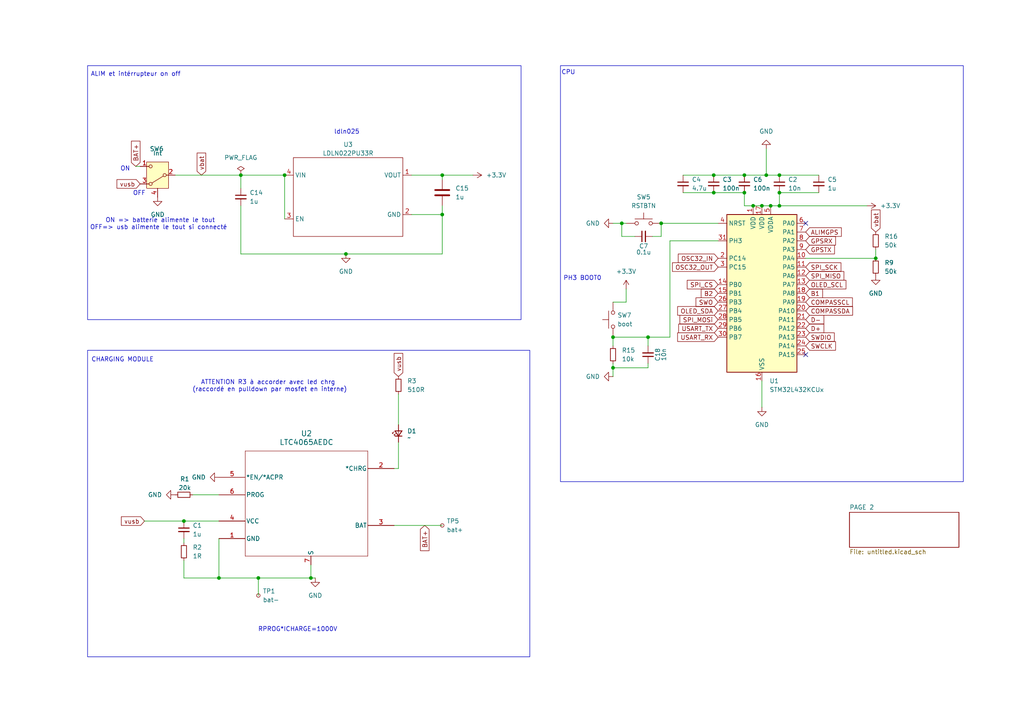
<source format=kicad_sch>
(kicad_sch (version 20231120) (generator "eeschema") (generator_version "8.0")
  (paper "A4")
  (title_block (title "Balise GPS") (company "ENSEA") (comment 1 "Pommery"))
  (lib_symbols
    (symbol "Connector:TestPoint_Small" (pin_numbers hide) (pin_names (offset 0.762) hide)
      (property "Reference" "TP" (at 0 3.81 0))
      (property "Value" "TestPoint_Small" (at 0 2.032 0))
      (symbol "TestPoint_Small_0_1"
        (circle (center 0 0) (radius 0.508))
      )
      (symbol "TestPoint_Small_1_1"
        (pin passive line (at 0 0 90) (length 0) (name "1") (number "1"))
      )
    )
    (symbol "Device:C" (pin_numbers hide) (pin_names (offset 0.254))
      (property "Reference" "C" (at 0.635 2.54 0))
      (property "Value" "C" (at 0.635 -2.54 0))
      (symbol "C_0_1"
        (polyline (pts (xy -2.032 -0.762) (xy 2.032 -0.762)) (stroke (width 0.508)))
        (polyline (pts (xy -2.032 0.762) (xy 2.032 0.762)) (stroke (width 0.508)))
      )
      (symbol "C_1_1"
        (pin passive line (at 0 3.81 270) (length 2.794) (name "~") (number "1"))
        (pin passive line (at 0 -3.81 90) (length 2.794) (name "~") (number "2"))
      )
    )
    (symbol "Device:C_Small" (pin_numbers hide) (pin_names (offset 0.254) hide)
      (property "Reference" "C" (at 0.254 1.778 0))
      (property "Value" "C_Small" (at 0.254 -2.032 0))
      (symbol "C_Small_0_1"
        (polyline (pts (xy -1.524 -0.508) (xy 1.524 -0.508)) (stroke (width 0.3302)))
        (polyline (pts (xy -1.524 0.508) (xy 1.524 0.508)) (stroke (width 0.3048)))
      )
      (symbol "C_Small_1_1"
        (pin passive line (at 0 2.54 270) (length 2.032) (name "~") (number "1"))
        (pin passive line (at 0 -2.54 90) (length 2.032) (name "~") (number "2"))
      )
    )
    (symbol "Device:LED_Small" (pin_numbers hide) (pin_names (offset 0.254) hide)
      (property "Reference" "D" (at -1.27 3.175 0))
      (property "Value" "LED_Small" (at -4.445 -2.54 0))
      (symbol "LED_Small_0_1"
        (polyline (pts (xy -0.762 -1.016) (xy -0.762 1.016)) (stroke (width 0.254)))
        (polyline (pts (xy 1.016 0) (xy -0.762 0)))
        (polyline (pts (xy 0.762 -1.016) (xy -0.762 0) (xy 0.762 1.016) (xy 0.762 -1.016)) (stroke (width 0.254)))
        (polyline (pts (xy 0 0.762) (xy -0.508 1.27) (xy -0.254 1.27) (xy -0.508 1.27) (xy -0.508 1.016)))
        (polyline (pts (xy 0.508 1.27) (xy 0 1.778) (xy 0.254 1.778) (xy 0 1.778) (xy 0 1.524)))
      )
      (symbol "LED_Small_1_1"
        (pin passive line (at -2.54 0 0) (length 1.778) (name "K") (number "1"))
        (pin passive line (at 2.54 0 180) (length 1.778) (name "A") (number "2"))
      )
    )
    (symbol "Device:R_Small" (pin_numbers hide) (pin_names (offset 0.254) hide)
      (property "Reference" "R" (at 0.762 0.508 0))
      (property "Value" "R_Small" (at 0.762 -1.016 0))
      (symbol "R_Small_0_1"
        (rectangle (start -0.762 1.778) (end 0.762 -1.778) (stroke (width 0.2032)))
      )
      (symbol "R_Small_1_1"
        (pin passive line (at 0 2.54 270) (length 0.762) (name "~") (number "1"))
        (pin passive line (at 0 -2.54 90) (length 0.762) (name "~") (number "2"))
      )
    )
    (symbol "LDLN025PU33R:LDLN025PU33R"
      (property "Reference" "U" (at 0 0 0))
      (symbol "LDLN025PU33R_0_1"
        (rectangle (start -15.24 11.43) (end 16.51 -11.43))
      )
      (symbol "LDLN025PU33R_1_1"
        (pin power_out line (at 19.05 6.35 180) (length 2.54) (name "VOUT") (number "1"))
        (pin power_out line (at 19.05 -5.08 180) (length 2.54) (name "GND") (number "2"))
        (pin input line (at -17.78 -6.35 0) (length 2.54) (name "EN") (number "3"))
        (pin power_in line (at -17.78 6.35 0) (length 2.54) (name "VIN") (number "4"))
      )
    )
    (symbol "LTC4065:LTC4065AEDC" (pin_names (offset 0.254))
      (property "Reference" "U2" (at 25.4 12.7 0))
      (property "Value" "LTC4065AEDC" (at 25.4 10.16 0))
      (symbol "LTC4065AEDC_0_1"
        (polyline (pts (xy 7.62 -22.86) (xy 43.18 -22.86)) (stroke (width 0.127)))
        (polyline (pts (xy 7.62 7.62) (xy 7.62 -22.86)) (stroke (width 0.127)))
        (polyline (pts (xy 43.18 -22.86) (xy 43.18 7.62)) (stroke (width 0.127)))
        (polyline (pts (xy 43.18 7.62) (xy 7.62 7.62)) (stroke (width 0.127)))
        (pin power_in line (at 0 -17.78 0) (length 7.62) (name "GND") (number "1"))
        (pin output line (at 50.8 2.54 180) (length 7.62) (name "*CHRG") (number "2"))
        (pin power_in line (at 0 -12.7 0) (length 7.62) (name "VCC") (number "4"))
        (pin bidirectional line (at 0 0 0) (length 7.62) (name "*EN/*ACPR") (number "5"))
        (pin unspecified line (at 0 -5.08 0) (length 7.62) (name "PROG") (number "6"))
      )
      (symbol "LTC4065AEDC_1_1"
        (pin power_out line (at 50.8 -13.97 180) (length 7.62) (name "BAT") (number "3"))
        (pin passive line (at 26.67 -25.4 90) (length 2.54) (name "S") (number "7"))
      )
    )
    (symbol "MCU_ST_STM32L4:STM32L432KCUx"
      (property "Reference" "U" (at -10.16 24.13 0))
      (property "Value" "STM32L432KCUx" (at 5.08 24.13 0))
      (symbol "STM32L432KCUx_0_1"
        (rectangle (start -10.16 -22.86) (end 10.16 22.86) (stroke (width 0.254)) (fill (type background)))
      )
      (symbol "STM32L432KCUx_1_1"
        (pin power_in line (at -2.54 25.4 270) (length 2.54) (name "VDD") (number "1"))
        (pin bidirectional line (at 12.7 10.16 180) (length 2.54) (name "PA4") (number "10"))
        (pin bidirectional line (at 12.7 7.62 180) (length 2.54) (name "PA5") (number "11"))
        (pin bidirectional line (at 12.7 5.08 180) (length 2.54) (name "PA6") (number "12"))
        (pin bidirectional line (at 12.7 2.54 180) (length 2.54) (name "PA7") (number "13"))
        (pin bidirectional line (at -12.7 2.54 0) (length 2.54) (name "PB0") (number "14"))
        (pin bidirectional line (at -12.7 0 0) (length 2.54) (name "PB1") (number "15"))
        (pin power_in line (at 0 -25.4 90) (length 2.54) (name "VSS") (number "16"))
        (pin power_in line (at 0 25.4 270) (length 2.54) (name "VDD") (number "17"))
        (pin bidirectional line (at 12.7 0 180) (length 2.54) (name "PA8") (number "18"))
        (pin bidirectional line (at 12.7 -2.54 180) (length 2.54) (name "PA9") (number "19"))
        (pin bidirectional line (at -12.7 10.16 0) (length 2.54) (name "PC14") (number "2"))
        (pin bidirectional line (at 12.7 -5.08 180) (length 2.54) (name "PA10") (number "20"))
        (pin bidirectional line (at 12.7 -7.62 180) (length 2.54) (name "PA11") (number "21"))
        (pin bidirectional line (at 12.7 -10.16 180) (length 2.54) (name "PA12") (number "22"))
        (pin bidirectional line (at 12.7 -12.7 180) (length 2.54) (name "PA13") (number "23"))
        (pin bidirectional line (at 12.7 -15.24 180) (length 2.54) (name "PA14") (number "24"))
        (pin bidirectional line (at 12.7 -17.78 180) (length 2.54) (name "PA15") (number "25"))
        (pin bidirectional line (at -12.7 -2.54 0) (length 2.54) (name "PB3") (number "26"))
        (pin bidirectional line (at -12.7 -5.08 0) (length 2.54) (name "PB4") (number "27"))
        (pin bidirectional line (at -12.7 -7.62 0) (length 2.54) (name "PB5") (number "28"))
        (pin bidirectional line (at -12.7 -10.16 0) (length 2.54) (name "PB6") (number "29"))
        (pin bidirectional line (at -12.7 7.62 0) (length 2.54) (name "PC15") (number "3"))
        (pin bidirectional line (at -12.7 -12.7 0) (length 2.54) (name "PB7") (number "30"))
        (pin bidirectional line (at -12.7 15.24 0) (length 2.54) (name "PH3") (number "31"))
        (pin passive line (at 0 -25.4 90) (length 2.54) hide (name "VSS") (number "32"))
        (pin passive line (at 0 -25.4 90) (length 2.54) hide (name "VSS") (number "33"))
        (pin input line (at -12.7 20.32 0) (length 2.54) (name "NRST") (number "4"))
        (pin power_in line (at 2.54 25.4 270) (length 2.54) (name "VDDA") (number "5"))
        (pin bidirectional line (at 12.7 20.32 180) (length 2.54) (name "PA0") (number "6"))
        (pin bidirectional line (at 12.7 17.78 180) (length 2.54) (name "PA1") (number "7"))
        (pin bidirectional line (at 12.7 15.24 180) (length 2.54) (name "PA2") (number "8"))
        (pin bidirectional line (at 12.7 12.7 180) (length 2.54) (name "PA3") (number "9"))
      )
    )
    (symbol "Switch:SW_Push" (pin_numbers hide) (pin_names (offset 1.016) hide)
      (property "Reference" "SW" (at 1.27 2.54 0))
      (property "Value" "SW_Push" (at 0 -1.524 0))
      (symbol "SW_Push_0_1"
        (circle (center -2.032 0) (radius 0.508))
        (polyline (pts (xy 0 1.27) (xy 0 3.048)))
        (polyline (pts (xy 2.54 1.27) (xy -2.54 1.27)))
        (circle (center 2.032 0) (radius 0.508))
        (pin passive line (at -5.08 0 0) (length 2.54) (name "1") (number "1"))
        (pin passive line (at 5.08 0 180) (length 2.54) (name "2") (number "2"))
      )
    )
    (symbol "Switch:SW_SPDT_321" (pin_names (offset 1) hide)
      (property "Reference" "SW6" (at 0.254 -7.62 0))
      (property "Value" "Int" (at 0 -6.35 0))
      (symbol "SW_SPDT_321_0_1"
        (circle (center -2.032 0) (radius 0.4572))
        (polyline (pts (xy -1.651 0.254) (xy 1.651 2.286)))
        (circle (center 2.032 -2.54) (radius 0.4572))
        (circle (center 2.032 2.54) (radius 0.4572))
      )
      (symbol "SW_SPDT_321_1_1"
        (rectangle (start -3.175 3.81) (end 3.175 -3.81) (fill (type background)))
        (pin passive line (at 5.08 -2.54 180) (length 2.54) (name "C") (number "1"))
        (pin passive line (at -5.08 0 0) (length 2.54) (name "B") (number "2"))
        (pin passive line (at 5.08 2.54 180) (length 2.54) (name "A") (number "3"))
        (pin passive line (at 0 6.35 270) (length 2.54) (name "S") (number "4"))
      )
    )
    (symbol "power:+3.3V" (power) (pin_numbers hide) (pin_names (offset 0) hide)
      (property "Value" "+3.3V" (at 0 3.556 0))
      (symbol "+3.3V_0_1"
        (polyline (pts (xy -0.762 1.27) (xy 0 2.54)))
        (polyline (pts (xy 0 0) (xy 0 2.54)))
        (polyline (pts (xy 0 2.54) (xy 0.762 1.27)))
      )
      (symbol "+3.3V_1_1"
        (pin power_in line (at 0 0 90) (length 0) (name "~") (number "1"))
      )
    )
    (symbol "power:GND" (power) (pin_numbers hide) (pin_names (offset 0) hide)
      (property "Value" "GND" (at 0 -3.81 0))
      (symbol "GND_0_1"
        (polyline (pts (xy 0 0) (xy 0 -1.27) (xy 1.27 -1.27) (xy 0 -2.54) (xy -1.27 -1.27) (xy 0 -1.27)))
      )
      (symbol "GND_1_1"
        (pin power_in line (at 0 0 270) (length 0) (name "~") (number "1"))
      )
    )
    (symbol "power:PWR_FLAG" (power) (pin_numbers hide) (pin_names (offset 0) hide)
      (property "Value" "PWR_FLAG" (at 0 3.81 0))
      (symbol "PWR_FLAG_0_0"
        (pin power_out line (at 0 0 90) (length 0) (name "~") (number "1"))
      )
      (symbol "PWR_FLAG_0_1"
        (polyline (pts (xy 0 0) (xy 0 1.27) (xy -1.016 1.905) (xy 0 2.54) (xy 1.016 1.905) (xy 0 1.27)))
      )
    )
  )
  (junction (at 177.8 97.79))
  (junction (at 226.06 59.69))
  (junction (at 69.85 50.8))
  (junction (at 180.34 64.77))
  (junction (at 226.06 50.8))
  (junction (at 226.06 55.88))
  (junction (at 90.17 167.64))
  (junction (at 128.27 50.8))
  (junction (at 215.9 55.88))
  (junction (at 215.9 50.8))
  (junction (at 187.96 97.79))
  (junction (at 100.33 73.66))
  (junction (at 63.5 167.64))
  (junction (at 53.34 151.13))
  (junction (at 223.52 59.69))
  (junction (at 177.8 106.68))
  (junction (at 254 74.93))
  (junction (at 128.27 62.23))
  (junction (at 218.44 59.69))
  (junction (at 222.25 50.8))
  (junction (at 207.01 50.8))
  (junction (at 82.55 50.8))
  (junction (at 191.77 64.77))
  (junction (at 74.93 167.64))
  (junction (at 207.01 55.88))
  (junction (at 220.98 59.69))
  (no_connect (at 233.68 102.87))
  (no_connect (at 233.68 64.77))
  (wire (pts (xy 191.77 64.77) (xy 208.28 64.77)))
  (wire (pts (xy 114.3 152.4) (xy 128.27 152.4)))
  (wire (pts (xy 177.8 97.79) (xy 187.96 97.79)))
  (wire (pts (xy 226.06 55.88) (xy 226.06 59.69)))
  (wire (pts (xy 180.34 64.77) (xy 181.61 64.77)))
  (wire (pts (xy 181.61 83.82) (xy 181.61 87.63)))
  (wire (pts (xy 177.8 100.33) (xy 177.8 97.79)))
  (wire (pts (xy 208.28 69.85) (xy 194.31 69.85)))
  (wire (pts (xy 114.3 135.89) (xy 115.57 135.89)))
  (wire (pts (xy 119.38 62.23) (xy 128.27 62.23)))
  (wire (pts (xy 187.96 106.68) (xy 177.8 106.68)))
  (wire (pts (xy 69.85 50.8) (xy 69.85 54.61)))
  (wire (pts (xy 226.06 55.88) (xy 237.49 55.88)))
  (wire (pts (xy 184.15 68.58) (xy 180.34 68.58)))
  (wire (pts (xy 128.27 62.23) (xy 128.27 59.69)))
  (wire (pts (xy 53.34 151.13) (xy 63.5 151.13)))
  (wire (pts (xy 90.17 163.83) (xy 90.17 167.64)))
  (wire (pts (xy 220.98 59.69) (xy 223.52 59.69)))
  (wire (pts (xy 63.5 167.64) (xy 74.93 167.64)))
  (wire (pts (xy 220.98 110.49) (xy 220.98 118.11)))
  (wire (pts (xy 191.77 64.77) (xy 191.77 68.58)))
  (wire (pts (xy 218.44 59.69) (xy 220.98 59.69)))
  (wire (pts (xy 128.27 73.66) (xy 100.33 73.66)))
  (wire (pts (xy 128.27 62.23) (xy 128.27 73.66)))
  (wire (pts (xy 69.85 59.69) (xy 69.85 73.66)))
  (wire (pts (xy 233.68 74.93) (xy 254 74.93)))
  (wire (pts (xy 53.34 167.64) (xy 63.5 167.64)))
  (wire (pts (xy 82.55 63.5) (xy 82.55 50.8)))
  (wire (pts (xy 177.8 106.68) (xy 177.8 109.22)))
  (wire (pts (xy 226.06 50.8) (xy 237.49 50.8)))
  (wire (pts (xy 207.01 55.88) (xy 215.9 55.88)))
  (wire (pts (xy 215.9 50.8) (xy 222.25 50.8)))
  (wire (pts (xy 69.85 73.66) (xy 100.33 73.66)))
  (wire (pts (xy 226.06 59.69) (xy 251.46 59.69)))
  (wire (pts (xy 177.8 105.41) (xy 177.8 106.68)))
  (wire (pts (xy 187.96 97.79) (xy 194.31 97.79)))
  (wire (pts (xy 215.9 55.88) (xy 215.9 59.69)))
  (wire (pts (xy 74.93 167.64) (xy 74.93 172.72)))
  (wire (pts (xy 198.12 50.8) (xy 207.01 50.8)))
  (wire (pts (xy 119.38 50.8) (xy 128.27 50.8)))
  (wire (pts (xy 128.27 50.8) (xy 128.27 52.07)))
  (wire (pts (xy 115.57 114.3) (xy 115.57 123.19)))
  (wire (pts (xy 69.85 50.8) (xy 82.55 50.8)))
  (wire (pts (xy 207.01 50.8) (xy 215.9 50.8)))
  (wire (pts (xy 115.57 135.89) (xy 115.57 128.27)))
  (wire (pts (xy 189.23 68.58) (xy 191.77 68.58)))
  (wire (pts (xy 53.34 162.56) (xy 53.34 167.64)))
  (wire (pts (xy 198.12 55.88) (xy 207.01 55.88)))
  (wire (pts (xy 50.8 50.8) (xy 69.85 50.8)))
  (wire (pts (xy 215.9 59.69) (xy 218.44 59.69)))
  (wire (pts (xy 222.25 43.18) (xy 222.25 50.8)))
  (wire (pts (xy 90.17 167.64) (xy 91.44 167.64)))
  (wire (pts (xy 74.93 167.64) (xy 90.17 167.64)))
  (wire (pts (xy 254 72.39) (xy 254 74.93)))
  (wire (pts (xy 55.88 143.51) (xy 63.5 143.51)))
  (wire (pts (xy 63.5 156.21) (xy 63.5 167.64)))
  (wire (pts (xy 222.25 50.8) (xy 226.06 50.8)))
  (wire (pts (xy 194.31 69.85) (xy 194.31 97.79)))
  (wire (pts (xy 187.96 105.41) (xy 187.96 106.68)))
  (wire (pts (xy 41.91 151.13) (xy 53.34 151.13)))
  (wire (pts (xy 128.27 50.8) (xy 137.16 50.8)))
  (wire (pts (xy 39.37 48.26) (xy 40.64 48.26)))
  (wire (pts (xy 226.06 59.69) (xy 223.52 59.69)))
  (wire (pts (xy 180.34 68.58) (xy 180.34 64.77)))
  (wire (pts (xy 181.61 87.63) (xy 177.8 87.63)))
  (wire (pts (xy 187.96 97.79) (xy 187.96 100.33)))
  (wire (pts (xy 53.34 156.21) (xy 53.34 157.48)))
  (wire (pts (xy 177.8 64.77) (xy 180.34 64.77)))
  (rectangle (start 162.56 19.05) (end 279.4 139.7))
  (rectangle (start 25.4 101.6) (end 153.67 190.5))
  (rectangle (start 25.4 19.05) (end 151.13 92.71))
  (text "PH3 BOOT0 " (at 169.418 80.772 0) (effects (font (size 1.27 1.27))))
  (text "CHARGING MODULE" (at 35.56 104.394 0) (effects (font (size 1.27 1.27))))
  (text "ON" (at 36.322 49.022 0) (effects (font (size 1.27 1.27))))
  (text "OFF" (at 40.386 56.134 0) (effects (font (size 1.27 1.27))))
  (text "ON => batterie alimente le tout\nOFF=> usb alimente le tout si connecté " (at 46.482 65.024 0) (effects (font (size 1.27 1.27))))
  (text "ATTENTION R3 à accorder avec led chrg \n(raccordé en pulldown par mosfet en interne)\n" (at 78.232 112.014 0) (effects (font (size 1.27 1.27))))
  (text "ldln025" (at 100.584 38.354 0) (effects (font (size 1.27 1.27))))
  (text "ALIM et intérrupteur on off" (at 39.37 21.59 0) (effects (font (size 1.27 1.27))))
  (text "RPROG*ICHARGE=1000V" (at 86.36 182.626 0) (effects (font (size 1.27 1.27))))
  (text "CPU" (at 164.846 21.082 0) (effects (font (size 1.27 1.27))))
  (global_label "OSC32_OUT" (shape input) (at 208.28 77.47 180) (property "Intersheetrefs" "${INTERSHEET_REFS}" (effects (hide yes))))
  (global_label "SWO" (shape input) (at 208.28 87.63 180) (property "Intersheetrefs" "${INTERSHEET_REFS}" (effects (hide yes))))
  (global_label "OSC32_IN" (shape input) (at 208.28 74.93 180) (property "Intersheetrefs" "${INTERSHEET_REFS}" (effects (hide yes))))
  (global_label "SPI_MOSi" (shape input) (at 208.28 92.71 180) (property "Intersheetrefs" "${INTERSHEET_REFS}" (effects (hide yes))))
  (global_label "GPSRX" (shape input) (at 233.68 69.85 0) (property "Intersheetrefs" "${INTERSHEET_REFS}" (effects (hide yes))))
  (global_label "GPSTX" (shape input) (at 233.68 72.39 0) (property "Intersheetrefs" "${INTERSHEET_REFS}" (effects (hide yes))))
  (global_label "vbat" (shape input) (at 58.42 50.8 90) (property "Intersheetrefs" "${INTERSHEET_REFS}" (effects (hide yes))))
  (global_label "SPI_CS" (shape input) (at 208.28 82.55 180) (property "Intersheetrefs" "${INTERSHEET_REFS}" (effects (hide yes))))
  (global_label "COMPASSDA" (shape input) (at 233.68 90.17 0) (property "Intersheetrefs" "${INTERSHEET_REFS}" (effects (hide yes))))
  (global_label "vusb" (shape input) (at 115.57 109.22 90) (property "Intersheetrefs" "${INTERSHEET_REFS}" (effects (hide yes))))
  (global_label "vbat" (shape input) (at 254 67.31 90) (property "Intersheetrefs" "${INTERSHEET_REFS}" (effects (hide yes))))
  (global_label "SWDIO" (shape input) (at 233.68 97.79 0) (property "Intersheetrefs" "${INTERSHEET_REFS}" (effects (hide yes))))
  (global_label "USART_TX" (shape input) (at 208.28 95.25 180) (property "Intersheetrefs" "${INTERSHEET_REFS}" (effects (hide yes))))
  (global_label "vusb" (shape input) (at 41.91 151.13 180) (property "Intersheetrefs" "${INTERSHEET_REFS}" (effects (hide yes))))
  (global_label "ALIMGPS" (shape input) (at 233.68 67.31 0) (property "Intersheetrefs" "${INTERSHEET_REFS}" (effects (hide yes))))
  (global_label "BAT+" (shape input) (at 39.37 48.26 90) (property "Intersheetrefs" "${INTERSHEET_REFS}" (effects (hide yes))))
  (global_label "OLED_SDA" (shape input) (at 208.28 90.17 180) (property "Intersheetrefs" "${INTERSHEET_REFS}" (effects (hide yes))))
  (global_label "B2" (shape input) (at 208.28 85.09 180) (property "Intersheetrefs" "${INTERSHEET_REFS}" (effects (hide yes))))
  (global_label "SPI_MISO" (shape input) (at 233.68 80.01 0) (property "Intersheetrefs" "${INTERSHEET_REFS}" (effects (hide yes))))
  (global_label "B1" (shape input) (at 233.68 85.09 0) (property "Intersheetrefs" "${INTERSHEET_REFS}" (effects (hide yes))))
  (global_label "USART_RX" (shape input) (at 208.28 97.79 180) (property "Intersheetrefs" "${INTERSHEET_REFS}" (effects (hide yes))))
  (global_label "D+" (shape input) (at 233.68 95.25 0) (property "Intersheetrefs" "${INTERSHEET_REFS}" (effects (hide yes))))
  (global_label "BAT+" (shape input) (at 123.19 152.4 270) (property "Intersheetrefs" "${INTERSHEET_REFS}" (effects (hide yes))))
  (global_label "D-" (shape input) (at 233.68 92.71 0) (property "Intersheetrefs" "${INTERSHEET_REFS}" (effects (hide yes))))
  (global_label "SWCLK" (shape input) (at 233.68 100.33 0) (property "Intersheetrefs" "${INTERSHEET_REFS}" (effects (hide yes))))
  (global_label "SPI_SCK" (shape input) (at 233.68 77.47 0) (property "Intersheetrefs" "${INTERSHEET_REFS}" (effects (hide yes))))
  (global_label "COMPASSCL" (shape input) (at 233.68 87.63 0) (property "Intersheetrefs" "${INTERSHEET_REFS}" (effects (hide yes))))
  (global_label "vusb" (shape input) (at 40.64 53.34 180) (property "Intersheetrefs" "${INTERSHEET_REFS}" (effects (hide yes))))
  (global_label "OLED_SCL" (shape input) (at 233.68 82.55 0) (property "Intersheetrefs" "${INTERSHEET_REFS}" (effects (hide yes))))
  (symbol (lib_id "power:GND") (at 63.5 138.43 270) (unit 1)
    (property "Reference" "#PWR02" (effects (hide yes)))
    (property "Value" "GND" (at 59.69 138.4299 90) (effects (justify right)))
    (property "Description" "Power symbol creates a global label with name \"GND\" , ground" (effects (hide yes)))
  )
  (symbol (lib_id "Device:C_Small") (at 226.06 53.34 0) (unit 1)
    (property "Reference" "C2" (at 228.6 52.0762 0) (effects (justify left)))
    (property "Value" "10n" (at 228.6 54.6162 0) (effects (justify left)))
    (property "Footprint" "Capacitor_SMD:C_0402_1005Metric_Pad0.74x0.62mm_HandSolder" (effects (hide yes)))
    (property "Description" "Unpolarized capacitor, small symbol" (effects (hide yes)))
  )
  (symbol (lib_id "power:PWR_FLAG") (at 69.85 50.8 0) (unit 1)
    (property "Reference" "#FLG02" (effects (hide yes)))
    (property "Value" "PWR_FLAG" (at 69.85 45.72 0))
    (property "Description" "Special symbol for telling ERC where power comes from" (effects (hide yes)))
  )
  (symbol (lib_id "Switch:SW_Push") (at 177.8 92.71 90) (unit 1)
    (property "Reference" "SW7" (at 179.07 91.4399 90) (effects (justify right)))
    (property "Value" "boot" (at 179.07 93.9799 90) (effects (justify right)))
    (property "Footprint" "KXT3:SW_KXT3" (effects (hide yes)))
    (property "Description" "Push button switch, generic, two pins" (effects (hide yes)))
  )
  (symbol (lib_id "Device:C_Small") (at 215.9 53.34 0) (unit 1)
    (property "Reference" "C6" (at 218.44 52.0762 0) (effects (justify left)))
    (property "Value" "100n" (at 218.44 54.6162 0) (effects (justify left)))
    (property "Footprint" "Capacitor_SMD:C_0402_1005Metric_Pad0.74x0.62mm_HandSolder" (effects (hide yes)))
    (property "Description" "Unpolarized capacitor, small symbol" (effects (hide yes)))
  )
  (symbol (lib_id "Device:R_Small") (at 177.8 102.87 0) (unit 1)
    (property "Reference" "R15" (at 180.34 101.5999 0) (effects (justify left)))
    (property "Value" "10k" (at 180.34 104.1399 0) (effects (justify left)))
    (property "Footprint" "Resistor_SMD:R_0402_1005Metric_Pad0.72x0.64mm_HandSolder" (effects (hide yes)))
    (property "Description" "Resistor, small symbol" (effects (hide yes)))
  )
  (symbol (lib_id "Device:C_Small") (at 69.85 57.15 0) (unit 1)
    (property "Reference" "C14" (at 72.39 55.8862 0) (effects (justify left)))
    (property "Value" "1u" (at 72.39 58.4262 0) (effects (justify left)))
    (property "Footprint" "Capacitor_SMD:C_0402_1005Metric_Pad0.74x0.62mm_HandSolder" (effects (hide yes)))
    (property "Description" "Unpolarized capacitor, small symbol" (effects (hide yes)))
  )
  (symbol (lib_id "Device:R_Small") (at 53.34 160.02 0) (unit 1)
    (property "Reference" "R2" (at 55.88 158.7499 0) (effects (justify left)))
    (property "Value" "1R" (at 55.88 161.2899 0) (effects (justify left)))
    (property "Footprint" "Resistor_SMD:R_0402_1005Metric_Pad0.72x0.64mm_HandSolder" (effects (hide yes)))
    (property "Description" "Resistor, small symbol" (effects (hide yes)))
  )
  (symbol (lib_id "power:GND") (at 91.44 167.64 0) (unit 1)
    (property "Reference" "#PWR04" (effects (hide yes)))
    (property "Value" "GND" (at 91.44 172.72 0))
    (property "Description" "Power symbol creates a global label with name \"GND\" , ground" (effects (hide yes)))
  )
  (symbol (lib_id "Device:C_Small") (at 237.49 53.34 0) (unit 1)
    (property "Reference" "C5" (at 240.03 52.0762 0) (effects (justify left)))
    (property "Value" "1u" (at 240.03 54.6162 0) (effects (justify left)))
    (property "Footprint" "Capacitor_SMD:C_0402_1005Metric_Pad0.74x0.62mm_HandSolder" (effects (hide yes)))
    (property "Description" "Unpolarized capacitor, small symbol" (effects (hide yes)))
  )
  (symbol (lib_id "Device:C_Small") (at 53.34 153.67 0) (unit 1)
    (property "Reference" "C1" (at 55.88 152.4062 0) (effects (justify left)))
    (property "Value" "1u" (at 55.88 154.9462 0) (effects (justify left)))
    (property "Footprint" "Capacitor_SMD:C_0402_1005Metric_Pad0.74x0.62mm_HandSolder" (effects (hide yes)))
    (property "Description" "Unpolarized capacitor, small symbol" (effects (hide yes)))
  )
  (symbol (lib_id "Device:R_Small") (at 53.34 143.51 90) (unit 1)
    (property "Reference" "R1" (at 53.594 138.938 90))
    (property "Value" "20k" (at 53.594 141.478 90))
    (property "Footprint" "Resistor_SMD:R_0402_1005Metric_Pad0.72x0.64mm_HandSolder" (effects (hide yes)))
    (property "Description" "Resistor, small symbol" (effects (hide yes)))
  )
  (symbol (lib_id "power:GND") (at 177.8 109.22 270) (unit 1)
    (property "Reference" "#PWR015" (effects (hide yes)))
    (property "Value" "GND" (at 173.99 109.2199 90) (effects (justify right)))
    (property "Description" "Power symbol creates a global label with name \"GND\" , ground" (effects (hide yes)))
  )
  (symbol (lib_id "Switch:SW_Push") (at 186.69 64.77 0) (unit 1)
    (property "Reference" "SW5" (at 186.69 57.15 0))
    (property "Value" "RSTBTN" (at 186.69 59.69 0))
    (property "Footprint" "KXT3:SW_KXT3" (effects (hide yes)))
    (property "Description" "Push button switch, generic, two pins" (effects (hide yes)))
  )
  (symbol (lib_id "Device:C_Small") (at 207.01 53.34 0) (unit 1)
    (property "Reference" "C3" (at 209.55 52.0762 0) (effects (justify left)))
    (property "Value" "100n" (at 209.55 54.6162 0) (effects (justify left)))
    (property "Footprint" "Capacitor_SMD:C_0402_1005Metric_Pad0.74x0.62mm_HandSolder" (effects (hide yes)))
    (property "Description" "Unpolarized capacitor, small symbol" (effects (hide yes)))
  )
  (symbol (lib_id "power:GND") (at 254 80.01 0) (unit 1)
    (property "Reference" "#PWR022" (effects (hide yes)))
    (property "Value" "GND" (at 254 85.09 0))
    (property "Description" "Power symbol creates a global label with name \"GND\" , ground" (effects (hide yes)))
  )
  (symbol (lib_id "Device:C_Small") (at 186.69 68.58 90) (unit 1)
    (property "Reference" "C7" (at 186.69 71.374 90))
    (property "Value" "0.1u" (at 186.69 73.152 90))
    (property "Footprint" "Capacitor_SMD:C_0402_1005Metric_Pad0.74x0.62mm_HandSolder" (effects (hide yes)))
    (property "Description" "Unpolarized capacitor, small symbol" (effects (hide yes)))
  )
  (symbol (lib_id "power:GND") (at 100.33 73.66 0) (unit 1)
    (property "Reference" "#PWR032" (effects (hide yes)))
    (property "Value" "GND" (at 100.33 78.74 0))
    (property "Description" "Power symbol creates a global label with name \"GND\" , ground" (effects (hide yes)))
  )
  (symbol (lib_id "power:GND") (at 222.25 43.18 180) (unit 1)
    (property "Reference" "#PWR012" (effects (hide yes)))
    (property "Value" "GND" (at 222.25 38.1 0))
    (property "Description" "Power symbol creates a global label with name \"GND\" , ground" (effects (hide yes)))
  )
  (symbol (lib_id "power:GND") (at 177.8 64.77 270) (unit 1)
    (property "Reference" "#PWR014" (effects (hide yes)))
    (property "Value" "GND" (at 173.99 64.7699 90) (effects (justify right)))
    (property "Description" "Power symbol creates a global label with name \"GND\" , ground" (effects (hide yes)))
  )
  (symbol (lib_id "power:+3.3V") (at 137.16 50.8 270) (unit 1)
    (property "Reference" "#PWR031" (effects (hide yes)))
    (property "Value" "+3.3V" (at 140.97 50.7999 90) (effects (justify left)))
    (property "Description" "Power symbol creates a global label with name \"+3.3V\"" (effects (hide yes)))
  )
  (symbol (lib_id "Device:R_Small") (at 254 77.47 0) (unit 1)
    (property "Reference" "R9" (at 256.54 76.1999 0) (effects (justify left)))
    (property "Value" "50k" (at 256.54 78.7399 0) (effects (justify left)))
    (property "Footprint" "Resistor_SMD:R_0402_1005Metric_Pad0.72x0.64mm_HandSolder" (effects (hide yes)))
    (property "Description" "Resistor, small symbol" (effects (hide yes)))
  )
  (symbol (lib_id "LTC4065:LTC4065AEDC") (at 63.5 138.43 0) (unit 1)
    (property "Reference" "U2" (at 88.9 125.73 0) (effects (font (size 1.524 1.524))))
    (property "Value" "LTC4065AEDC" (at 88.9 128.27 0) (effects (font (size 1.524 1.524))))
    (property "Footprint" "LTC4065:DFN-6_DC_LIT" (effects (hide yes)))
    (property "Datasheet" "https://www.analog.com/media/en/technical-documentation/data-sheets/4065fb.pdf" (effects (hide yes)))
    (property "Description" "LTC4065AEDC" (effects (hide yes)))
  )
  (symbol (lib_id "Device:R_Small") (at 115.57 111.76 0) (unit 1)
    (property "Reference" "R3" (at 118.11 110.4899 0) (effects (justify left)))
    (property "Value" "510R" (at 118.11 113.0299 0) (effects (justify left)))
    (property "Footprint" "Resistor_SMD:R_0402_1005Metric_Pad0.72x0.64mm_HandSolder" (effects (hide yes)))
    (property "Description" "Resistor, small symbol" (effects (hide yes)))
  )
  (symbol (lib_id "power:+3.3V") (at 251.46 59.69 270) (unit 1)
    (property "Reference" "#PWR013" (effects (hide yes)))
    (property "Value" "+3.3V" (at 255.27 59.6899 90) (effects (justify left)))
    (property "Description" "Power symbol creates a global label with name \"+3.3V\"" (effects (hide yes)))
  )
  (symbol (lib_id "Device:C_Small") (at 187.96 102.87 180) (unit 1)
    (property "Reference" "C18" (at 190.754 102.87 90))
    (property "Value" "10n" (at 192.532 102.87 90))
    (property "Footprint" "Capacitor_SMD:C_0402_1005Metric_Pad0.74x0.62mm_HandSolder" (effects (hide yes)))
    (property "Description" "Unpolarized capacitor, small symbol" (effects (hide yes)))
  )
  (symbol (lib_id "power:GND") (at 220.98 118.11 0) (unit 1)
    (property "Reference" "#PWR01" (effects (hide yes)))
    (property "Value" "GND" (at 220.98 123.19 0))
    (property "Description" "Power symbol creates a global label with name \"GND\" , ground" (effects (hide yes)))
  )
  (symbol (lib_id "Connector:TestPoint_Small") (at 74.93 172.72 0) (unit 1)
    (property "Reference" "TP1" (at 76.2 171.4499 0) (effects (justify left)))
    (property "Value" "bat-" (at 76.2 173.9899 0) (effects (justify left)))
    (property "Footprint" "TestPoint:TestPoint_THTPad_D1.0mm_Drill0.5mm" (effects (hide yes)))
    (property "Description" "test point" (effects (hide yes)))
  )
  (symbol (lib_id "power:GND") (at 50.8 143.51 270) (unit 1)
    (property "Reference" "#PWR03" (effects (hide yes)))
    (property "Value" "GND" (at 46.99 143.5099 90) (effects (justify right)))
    (property "Description" "Power symbol creates a global label with name \"GND\" , ground" (effects (hide yes)))
  )
  (symbol (lib_id "LDLN025PU33R:LDLN025PU33R") (at 100.33 57.15 0) (unit 1)
    (property "Reference" "U3" (at 100.965 41.91 0))
    (property "Value" "LDLN022PU33R" (at 100.965 44.45 0))
    (property "Footprint" "LDLN025PU33R:LDLN025PU33R" (effects (hide yes)))
  )
  (symbol (lib_id "Device:R_Small") (at 254 69.85 0) (unit 1)
    (property "Reference" "R16" (at 256.54 68.5799 0) (effects (justify left)))
    (property "Value" "50k" (at 256.54 71.1199 0) (effects (justify left)))
    (property "Footprint" "Resistor_SMD:R_0402_1005Metric_Pad0.72x0.64mm_HandSolder" (effects (hide yes)))
    (property "Description" "Resistor, small symbol" (effects (hide yes)))
  )
  (symbol (lib_id "Device:LED_Small") (at 115.57 125.73 90) (unit 1)
    (property "Reference" "D1" (at 118.11 125.0314 90) (effects (justify right)))
    (property "Value" "~" (at 118.11 126.9365 90) (effects (justify right)))
    (property "Footprint" "LED_SMD:LED_0201_0603Metric_Pad0.64x0.40mm_HandSolder" (effects (hide yes)))
    (property "Description" "Light emitting diode, small symbol" (effects (hide yes)))
  )
  (symbol (lib_id "power:+3.3V") (at 181.61 83.82 0) (unit 1)
    (property "Reference" "#PWR030" (effects (hide yes)))
    (property "Value" "+3.3V" (at 181.61 78.74 0))
    (property "Description" "Power symbol creates a global label with name \"+3.3V\"" (effects (hide yes)))
  )
  (symbol (lib_id "MCU_ST_STM32L4:STM32L432KCUx") (at 220.98 85.09 0) (unit 1)
    (property "Reference" "U1" (at 223.1741 110.49 0) (effects (justify left)))
    (property "Value" "STM32L432KCUx" (at 223.1741 113.03 0) (effects (justify left)))
    (property "Footprint" "Package_DFN_QFN:QFN-32-1EP_5x5mm_P0.5mm_EP3.45x3.45mm" (effects (hide yes)))
    (property "Datasheet" "https://www.st.com/resource/en/datasheet/stm32l432kc.pdf" (effects (hide yes)))
    (property "Description" "STMicroelectronics Arm Cortex-M4 MCU, 256KB flash, 64KB RAM, 80 MHz, 1.71-3.6V, 26 GPIO, UFQFPN32" (effects (hide yes)))
  )
  (symbol (lib_id "Device:C") (at 128.27 55.88 0) (unit 1)
    (property "Reference" "C15" (at 132.08 54.6099 0) (effects (justify left)))
    (property "Value" "1u" (at 132.08 57.1499 0) (effects (justify left)))
    (property "Footprint" "Capacitor_SMD:C_0402_1005Metric_Pad0.74x0.62mm_HandSolder" (effects (hide yes)))
    (property "Description" "Unpolarized capacitor" (effects (hide yes)))
  )
  (symbol (lib_id "Switch:SW_SPDT_321") (at 45.72 50.8 180) (unit 1)
    (property "Reference" "SW6" (at 45.466 43.18 0))
    (property "Value" "Int" (at 45.72 44.45 0))
    (property "Footprint" "PCM:SW_PCM" (effects (hide yes)))
    (property "Description" "Switch, single pole double throw" (effects (hide yes)))
  )
  (symbol (lib_id "power:GND") (at 45.72 57.15 0) (unit 1)
    (property "Reference" "#PWR018" (effects (hide yes)))
    (property "Value" "GND" (at 45.72 62.23 0))
    (property "Description" "Power symbol creates a global label with name \"GND\" , ground" (effects (hide yes)))
  )
  (symbol (lib_id "Connector:TestPoint_Small") (at 128.27 152.4 0) (unit 1)
    (property "Reference" "TP5" (at 129.54 151.1299 0) (effects (justify left)))
    (property "Value" "bat+" (at 129.54 153.6699 0) (effects (justify left)))
    (property "Footprint" "TestPoint:TestPoint_THTPad_D1.0mm_Drill0.5mm" (effects (hide yes)))
    (property "Description" "test point" (effects (hide yes)))
  )
  (symbol (lib_id "Device:C_Small") (at 198.12 53.34 0) (unit 1)
    (property "Reference" "C4" (at 200.66 52.0762 0) (effects (justify left)))
    (property "Value" "4.7u" (at 200.66 54.6162 0) (effects (justify left)))
    (property "Footprint" "Capacitor_SMD:C_0402_1005Metric_Pad0.74x0.62mm_HandSolder" (effects (hide yes)))
    (property "Description" "Unpolarized capacitor, small symbol" (effects (hide yes)))
  )
  (sheet (at 246.38 148.59) (size 31.75 10.16) (stroke (width 0.1524))
    (property "Sheetname" "PAGE 2" (at 246.38 147.8784 0) (effects (justify left bottom)))
    (property "Sheetfile" "untitled.kicad_sch" (at 246.38 159.3346 0) (effects (justify left top)))
  )
)
</source>
